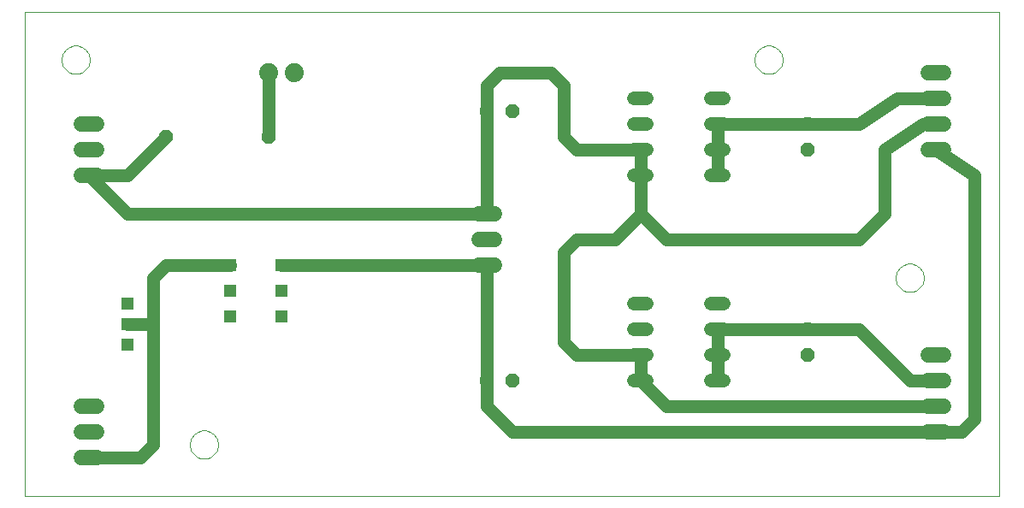
<source format=gtl>
G75*
G70*
%OFA0B0*%
%FSLAX24Y24*%
%IPPOS*%
%LPD*%
%AMOC8*
5,1,8,0,0,1.08239X$1,22.5*
%
%ADD10C,0.0000*%
%ADD11C,0.0520*%
%ADD12C,0.0600*%
%ADD13OC8,0.0520*%
%ADD14R,0.0515X0.0515*%
%ADD15C,0.0740*%
%ADD16C,0.0500*%
D10*
X000180Y000180D02*
X000180Y019050D01*
X038172Y019050D01*
X038172Y000180D01*
X000180Y000180D01*
X006629Y002180D02*
X006631Y002227D01*
X006637Y002273D01*
X006647Y002319D01*
X006660Y002364D01*
X006678Y002407D01*
X006699Y002449D01*
X006723Y002489D01*
X006751Y002526D01*
X006782Y002561D01*
X006816Y002594D01*
X006852Y002623D01*
X006891Y002649D01*
X006932Y002672D01*
X006975Y002691D01*
X007019Y002707D01*
X007064Y002719D01*
X007110Y002727D01*
X007157Y002731D01*
X007203Y002731D01*
X007250Y002727D01*
X007296Y002719D01*
X007341Y002707D01*
X007385Y002691D01*
X007428Y002672D01*
X007469Y002649D01*
X007508Y002623D01*
X007544Y002594D01*
X007578Y002561D01*
X007609Y002526D01*
X007637Y002489D01*
X007661Y002449D01*
X007682Y002407D01*
X007700Y002364D01*
X007713Y002319D01*
X007723Y002273D01*
X007729Y002227D01*
X007731Y002180D01*
X007729Y002133D01*
X007723Y002087D01*
X007713Y002041D01*
X007700Y001996D01*
X007682Y001953D01*
X007661Y001911D01*
X007637Y001871D01*
X007609Y001834D01*
X007578Y001799D01*
X007544Y001766D01*
X007508Y001737D01*
X007469Y001711D01*
X007428Y001688D01*
X007385Y001669D01*
X007341Y001653D01*
X007296Y001641D01*
X007250Y001633D01*
X007203Y001629D01*
X007157Y001629D01*
X007110Y001633D01*
X007064Y001641D01*
X007019Y001653D01*
X006975Y001669D01*
X006932Y001688D01*
X006891Y001711D01*
X006852Y001737D01*
X006816Y001766D01*
X006782Y001799D01*
X006751Y001834D01*
X006723Y001871D01*
X006699Y001911D01*
X006678Y001953D01*
X006660Y001996D01*
X006647Y002041D01*
X006637Y002087D01*
X006631Y002133D01*
X006629Y002180D01*
X034129Y008680D02*
X034131Y008727D01*
X034137Y008773D01*
X034147Y008819D01*
X034160Y008864D01*
X034178Y008907D01*
X034199Y008949D01*
X034223Y008989D01*
X034251Y009026D01*
X034282Y009061D01*
X034316Y009094D01*
X034352Y009123D01*
X034391Y009149D01*
X034432Y009172D01*
X034475Y009191D01*
X034519Y009207D01*
X034564Y009219D01*
X034610Y009227D01*
X034657Y009231D01*
X034703Y009231D01*
X034750Y009227D01*
X034796Y009219D01*
X034841Y009207D01*
X034885Y009191D01*
X034928Y009172D01*
X034969Y009149D01*
X035008Y009123D01*
X035044Y009094D01*
X035078Y009061D01*
X035109Y009026D01*
X035137Y008989D01*
X035161Y008949D01*
X035182Y008907D01*
X035200Y008864D01*
X035213Y008819D01*
X035223Y008773D01*
X035229Y008727D01*
X035231Y008680D01*
X035229Y008633D01*
X035223Y008587D01*
X035213Y008541D01*
X035200Y008496D01*
X035182Y008453D01*
X035161Y008411D01*
X035137Y008371D01*
X035109Y008334D01*
X035078Y008299D01*
X035044Y008266D01*
X035008Y008237D01*
X034969Y008211D01*
X034928Y008188D01*
X034885Y008169D01*
X034841Y008153D01*
X034796Y008141D01*
X034750Y008133D01*
X034703Y008129D01*
X034657Y008129D01*
X034610Y008133D01*
X034564Y008141D01*
X034519Y008153D01*
X034475Y008169D01*
X034432Y008188D01*
X034391Y008211D01*
X034352Y008237D01*
X034316Y008266D01*
X034282Y008299D01*
X034251Y008334D01*
X034223Y008371D01*
X034199Y008411D01*
X034178Y008453D01*
X034160Y008496D01*
X034147Y008541D01*
X034137Y008587D01*
X034131Y008633D01*
X034129Y008680D01*
X028629Y017180D02*
X028631Y017227D01*
X028637Y017273D01*
X028647Y017319D01*
X028660Y017364D01*
X028678Y017407D01*
X028699Y017449D01*
X028723Y017489D01*
X028751Y017526D01*
X028782Y017561D01*
X028816Y017594D01*
X028852Y017623D01*
X028891Y017649D01*
X028932Y017672D01*
X028975Y017691D01*
X029019Y017707D01*
X029064Y017719D01*
X029110Y017727D01*
X029157Y017731D01*
X029203Y017731D01*
X029250Y017727D01*
X029296Y017719D01*
X029341Y017707D01*
X029385Y017691D01*
X029428Y017672D01*
X029469Y017649D01*
X029508Y017623D01*
X029544Y017594D01*
X029578Y017561D01*
X029609Y017526D01*
X029637Y017489D01*
X029661Y017449D01*
X029682Y017407D01*
X029700Y017364D01*
X029713Y017319D01*
X029723Y017273D01*
X029729Y017227D01*
X029731Y017180D01*
X029729Y017133D01*
X029723Y017087D01*
X029713Y017041D01*
X029700Y016996D01*
X029682Y016953D01*
X029661Y016911D01*
X029637Y016871D01*
X029609Y016834D01*
X029578Y016799D01*
X029544Y016766D01*
X029508Y016737D01*
X029469Y016711D01*
X029428Y016688D01*
X029385Y016669D01*
X029341Y016653D01*
X029296Y016641D01*
X029250Y016633D01*
X029203Y016629D01*
X029157Y016629D01*
X029110Y016633D01*
X029064Y016641D01*
X029019Y016653D01*
X028975Y016669D01*
X028932Y016688D01*
X028891Y016711D01*
X028852Y016737D01*
X028816Y016766D01*
X028782Y016799D01*
X028751Y016834D01*
X028723Y016871D01*
X028699Y016911D01*
X028678Y016953D01*
X028660Y016996D01*
X028647Y017041D01*
X028637Y017087D01*
X028631Y017133D01*
X028629Y017180D01*
X001629Y017180D02*
X001631Y017227D01*
X001637Y017273D01*
X001647Y017319D01*
X001660Y017364D01*
X001678Y017407D01*
X001699Y017449D01*
X001723Y017489D01*
X001751Y017526D01*
X001782Y017561D01*
X001816Y017594D01*
X001852Y017623D01*
X001891Y017649D01*
X001932Y017672D01*
X001975Y017691D01*
X002019Y017707D01*
X002064Y017719D01*
X002110Y017727D01*
X002157Y017731D01*
X002203Y017731D01*
X002250Y017727D01*
X002296Y017719D01*
X002341Y017707D01*
X002385Y017691D01*
X002428Y017672D01*
X002469Y017649D01*
X002508Y017623D01*
X002544Y017594D01*
X002578Y017561D01*
X002609Y017526D01*
X002637Y017489D01*
X002661Y017449D01*
X002682Y017407D01*
X002700Y017364D01*
X002713Y017319D01*
X002723Y017273D01*
X002729Y017227D01*
X002731Y017180D01*
X002729Y017133D01*
X002723Y017087D01*
X002713Y017041D01*
X002700Y016996D01*
X002682Y016953D01*
X002661Y016911D01*
X002637Y016871D01*
X002609Y016834D01*
X002578Y016799D01*
X002544Y016766D01*
X002508Y016737D01*
X002469Y016711D01*
X002428Y016688D01*
X002385Y016669D01*
X002341Y016653D01*
X002296Y016641D01*
X002250Y016633D01*
X002203Y016629D01*
X002157Y016629D01*
X002110Y016633D01*
X002064Y016641D01*
X002019Y016653D01*
X001975Y016669D01*
X001932Y016688D01*
X001891Y016711D01*
X001852Y016737D01*
X001816Y016766D01*
X001782Y016799D01*
X001751Y016834D01*
X001723Y016871D01*
X001699Y016911D01*
X001678Y016953D01*
X001660Y016996D01*
X001647Y017041D01*
X001637Y017087D01*
X001631Y017133D01*
X001629Y017180D01*
D11*
X023920Y015680D02*
X024440Y015680D01*
X024440Y014680D02*
X023920Y014680D01*
X023920Y013680D02*
X024440Y013680D01*
X024440Y012680D02*
X023920Y012680D01*
X026920Y012680D02*
X027440Y012680D01*
X027440Y013680D02*
X026920Y013680D01*
X026920Y014680D02*
X027440Y014680D01*
X027440Y015680D02*
X026920Y015680D01*
X026920Y007680D02*
X027440Y007680D01*
X027440Y006680D02*
X026920Y006680D01*
X026920Y005680D02*
X027440Y005680D01*
X027440Y004680D02*
X026920Y004680D01*
X024440Y004680D02*
X023920Y004680D01*
X023920Y005680D02*
X024440Y005680D01*
X024440Y006680D02*
X023920Y006680D01*
X023920Y007680D02*
X024440Y007680D01*
D12*
X018480Y009180D02*
X017880Y009180D01*
X017880Y010180D02*
X018480Y010180D01*
X018480Y011180D02*
X017880Y011180D01*
X002980Y012680D02*
X002380Y012680D01*
X002380Y013680D02*
X002980Y013680D01*
X002980Y014680D02*
X002380Y014680D01*
X002380Y003680D02*
X002980Y003680D01*
X002980Y002680D02*
X002380Y002680D01*
X002380Y001680D02*
X002980Y001680D01*
X035380Y002680D02*
X035980Y002680D01*
X035980Y003680D02*
X035380Y003680D01*
X035380Y004680D02*
X035980Y004680D01*
X035980Y005680D02*
X035380Y005680D01*
X035380Y013680D02*
X035980Y013680D01*
X035980Y014680D02*
X035380Y014680D01*
X035380Y015680D02*
X035980Y015680D01*
X035980Y016680D02*
X035380Y016680D01*
D13*
X030680Y014680D03*
X030680Y013680D03*
X019180Y015180D03*
X018180Y015180D03*
X009680Y014180D03*
X005680Y014180D03*
X018180Y004680D03*
X019180Y004680D03*
X030680Y005680D03*
X030680Y006680D03*
D14*
X010180Y007180D03*
X010180Y008180D03*
X010180Y009180D03*
X008180Y009180D03*
X008180Y008180D03*
X008180Y007180D03*
X004180Y006880D03*
X004180Y006080D03*
X004180Y007680D03*
D15*
X009680Y016680D03*
X010680Y016680D03*
D16*
X009680Y016680D02*
X009680Y014180D01*
X005680Y014180D02*
X004180Y012680D01*
X002680Y012680D01*
X004180Y011180D01*
X018180Y011180D01*
X018180Y015180D01*
X018180Y016180D01*
X018680Y016680D01*
X020680Y016680D01*
X021180Y016180D01*
X021180Y014180D01*
X021680Y013680D01*
X024180Y013680D01*
X024180Y011180D01*
X025180Y010180D01*
X032680Y010180D01*
X033680Y011180D01*
X033680Y013680D01*
X035180Y014680D01*
X035680Y014680D01*
X035680Y015680D02*
X034180Y015680D01*
X032680Y014680D01*
X030680Y014680D01*
X027180Y014680D01*
X027180Y012680D01*
X024180Y012680D02*
X024180Y013680D01*
X024180Y011180D02*
X023180Y010180D01*
X021680Y010180D01*
X021180Y009680D01*
X021180Y006180D01*
X021680Y005680D01*
X024180Y005680D01*
X024180Y004680D01*
X025180Y003680D01*
X035680Y003680D01*
X036680Y002680D02*
X037180Y003180D01*
X037180Y012680D01*
X035680Y013680D01*
X032680Y006680D02*
X030680Y006680D01*
X027180Y006680D01*
X027180Y004680D01*
X032680Y006680D02*
X034680Y004680D01*
X035680Y004680D01*
X035180Y004680D01*
X035680Y002680D02*
X036680Y002680D01*
X035680Y002680D02*
X019180Y002680D01*
X018180Y003680D01*
X018180Y004680D01*
X018180Y009180D01*
X010180Y009180D01*
X008180Y009180D02*
X005680Y009180D01*
X005180Y008680D01*
X005180Y006880D01*
X005180Y006680D01*
X005180Y002180D01*
X004680Y001680D01*
X002680Y001680D01*
X004680Y001680D01*
X004180Y006880D02*
X005180Y006880D01*
M02*

</source>
